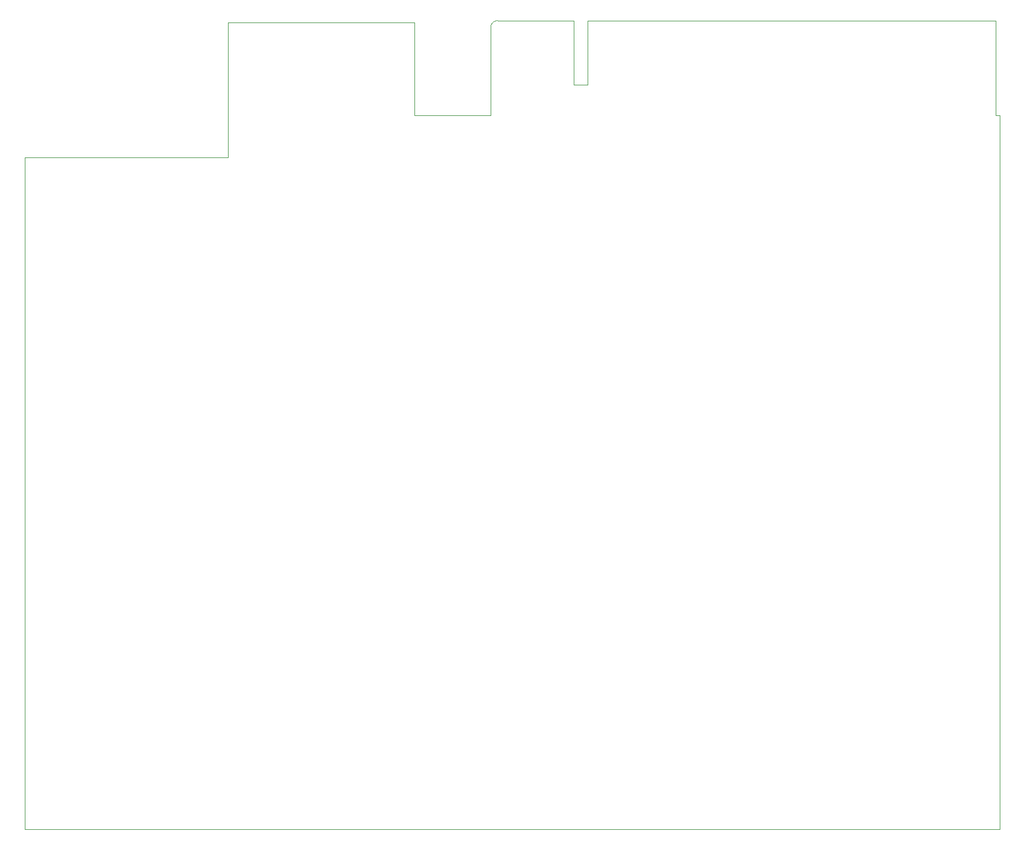
<source format=gbr>
%TF.GenerationSoftware,KiCad,Pcbnew,9.0.7*%
%TF.CreationDate,2026-02-25T22:10:38+03:00*%
%TF.ProjectId,deltas_backplane,64656c74-6173-45f6-9261-636b706c616e,rev?*%
%TF.SameCoordinates,Original*%
%TF.FileFunction,Profile,NP*%
%FSLAX46Y46*%
G04 Gerber Fmt 4.6, Leading zero omitted, Abs format (unit mm)*
G04 Created by KiCad (PCBNEW 9.0.7) date 2026-02-25 22:10:38*
%MOMM*%
%LPD*%
G01*
G04 APERTURE LIST*
%TA.AperFunction,Profile*%
%ADD10C,0.100000*%
%TD*%
G04 APERTURE END LIST*
D10*
X165711990Y-25643520D02*
X165711990Y-16245520D01*
X167743990Y-25643520D02*
X165711990Y-25643520D01*
X228180000Y-135000000D02*
X85197980Y-135000000D01*
X153543590Y-17245520D02*
G75*
G02*
X154543590Y-16245490I1000010J20D01*
G01*
X142392990Y-30177010D02*
X153545990Y-30177010D01*
X153545990Y-17245520D02*
X153545990Y-30177010D01*
X228180000Y-135000000D02*
X228180000Y-30177010D01*
X142392990Y-16563520D02*
X115000000Y-16563520D01*
X165711990Y-16245520D02*
X154551345Y-16245520D01*
X167743990Y-16245520D02*
X167743990Y-25643520D01*
X227646000Y-16245520D02*
X167743990Y-16245520D01*
X115000000Y-36304020D02*
X115000000Y-16563520D01*
X227646000Y-16245520D02*
X227646000Y-30177010D01*
X85197980Y-36304020D02*
X85197980Y-135000000D01*
X85197980Y-36304020D02*
X115000000Y-36304020D01*
X228180000Y-30177010D02*
X227646000Y-30177010D01*
X142392990Y-16563520D02*
X142392990Y-30177010D01*
M02*

</source>
